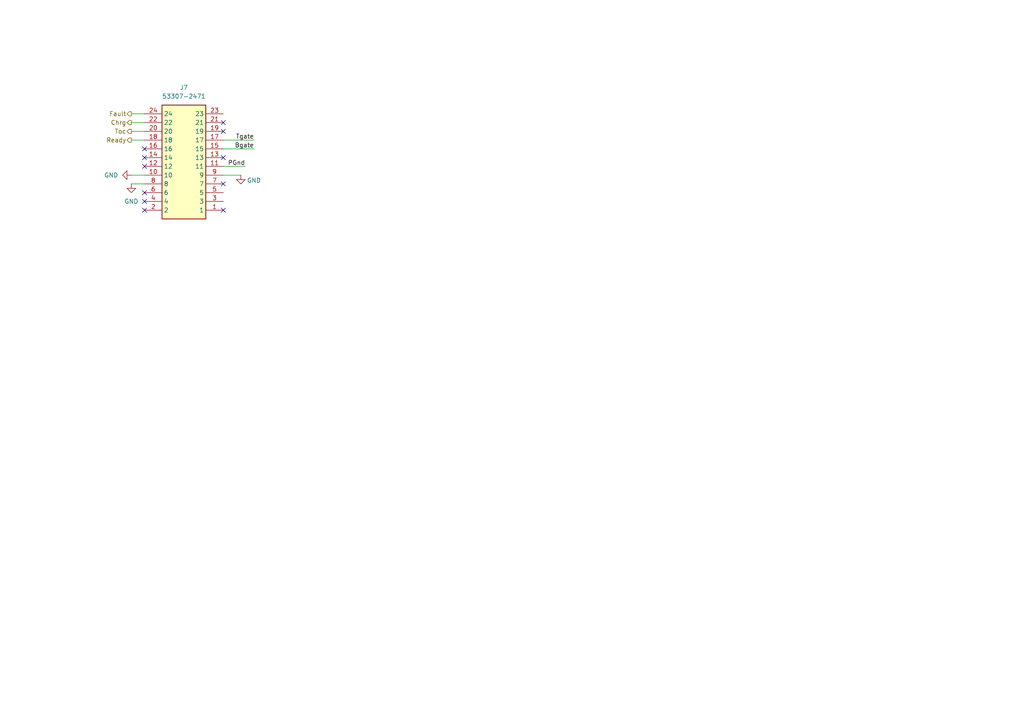
<source format=kicad_sch>
(kicad_sch (version 20250114) (generator "eeschema") (generator_version "9.0")
  (paper "A4")
  (lib_symbols
    (symbol "power:GND" (power) (pin_numbers (hide yes)) (pin_names (offset 0) (hide yes))
      (property "Value" "GND" (at 0 -3.81 0))
      (symbol "GND_0_1"
        (polyline (pts (xy 0 0) (xy 0 -1.27) (xy 1.27 -1.27) (xy 0 -2.54) (xy -1.27 -1.27) (xy 0 -1.27)))
      )
      (symbol "GND_1_1"
        (pin power_in line (at 0 0 270) (length 0) (name "~") (number "1"))
      )
    )
    (symbol "utsvt_connectors:53307-2471"
      (property "Reference" "J" (at 10.16 7.62 0))
      (property "Value" "53307-2471" (at 4.826 5.08 0))
      (symbol "53307-2471_1_1"
        (rectangle (start 5.08 2.54) (end 17.78 -30.48) (stroke (width 0.254)) (fill (type background)))
        (pin passive line (at 0 0 0) (length 5.08) (name "24") (number "24"))
        (pin passive line (at 0 -2.54 0) (length 5.08) (name "22") (number "22"))
        (pin passive line (at 0 -5.08 0) (length 5.08) (name "20") (number "20"))
        (pin passive line (at 0 -7.62 0) (length 5.08) (name "18") (number "18"))
        (pin passive line (at 0 -10.16 0) (length 5.08) (name "16") (number "16"))
        (pin passive line (at 0 -12.7 0) (length 5.08) (name "14") (number "14"))
        (pin passive line (at 0 -15.24 0) (length 5.08) (name "12") (number "12"))
        (pin passive line (at 0 -17.78 0) (length 5.08) (name "10") (number "10"))
        (pin passive line (at 0 -20.32 0) (length 5.08) (name "8") (number "8"))
        (pin passive line (at 0 -22.86 0) (length 5.08) (name "6") (number "6"))
        (pin passive line (at 0 -25.4 0) (length 5.08) (name "4") (number "4"))
        (pin passive line (at 0 -27.94 0) (length 5.08) (name "2") (number "2"))
        (pin passive line (at 22.86 0 180) (length 5.08) (name "23") (number "23"))
        (pin passive line (at 22.86 -2.54 180) (length 5.08) (name "21") (number "21"))
        (pin passive line (at 22.86 -5.08 180) (length 5.08) (name "19") (number "19"))
        (pin passive line (at 22.86 -7.62 180) (length 5.08) (name "17") (number "17"))
        (pin passive line (at 22.86 -10.16 180) (length 5.08) (name "15") (number "15"))
        (pin passive line (at 22.86 -12.7 180) (length 5.08) (name "13") (number "13"))
        (pin passive line (at 22.86 -15.24 180) (length 5.08) (name "11") (number "11"))
        (pin passive line (at 22.86 -17.78 180) (length 5.08) (name "9") (number "9"))
        (pin passive line (at 22.86 -20.32 180) (length 5.08) (name "7") (number "7"))
        (pin passive line (at 22.86 -22.86 180) (length 5.08) (name "5") (number "5"))
        (pin passive line (at 22.86 -25.4 180) (length 5.08) (name "3") (number "3"))
        (pin passive line (at 22.86 -27.94 180) (length 5.08) (name "1") (number "1"))
      )
    )
  )
  (no_connect (at 64.77 60.96))
  (no_connect (at 64.77 45.72))
  (no_connect (at 41.91 60.96))
  (no_connect (at 41.91 43.18))
  (no_connect (at 41.91 55.88))
  (no_connect (at 41.91 58.42))
  (no_connect (at 41.91 45.72))
  (no_connect (at 64.77 35.56))
  (no_connect (at 64.77 53.34))
  (no_connect (at 64.77 38.1))
  (no_connect (at 41.91 48.26))
  (wire (pts (xy 64.77 43.18) (xy 73.66 43.18)))
  (wire (pts (xy 38.1 50.8) (xy 41.91 50.8)))
  (wire (pts (xy 64.77 40.64) (xy 73.66 40.64)))
  (wire (pts (xy 38.1 33.02) (xy 41.91 33.02)))
  (wire (pts (xy 38.1 40.64) (xy 41.91 40.64)))
  (wire (pts (xy 38.1 35.56) (xy 41.91 35.56)))
  (wire (pts (xy 64.77 48.26) (xy 71.12 48.26)))
  (wire (pts (xy 41.91 53.34) (xy 38.1 53.34)))
  (wire (pts (xy 38.1 38.1) (xy 41.91 38.1)))
  (wire (pts (xy 64.77 50.8) (xy 69.85 50.8)))
  (label "Tgate" (at 73.66 40.64 180))
  (label "PGnd" (at 71.12 48.26 180))
  (label "Bgate" (at 73.66 43.18 180))
  (hierarchical_label "Toc" (shape output) (at 38.1 38.1 180))
  (hierarchical_label "Chrg" (shape output) (at 38.1 35.56 180))
  (hierarchical_label "Ready" (shape output) (at 38.1 40.64 180))
  (hierarchical_label "Fault" (shape output) (at 38.1 33.02 180))
  (symbol (lib_id "power:GND") (at 69.85 50.8 0) (unit 1)
    (property "Reference" "#PWR031" (effects (hide yes)))
    (property "Value" "GND" (at 73.66 52.324 0))
    (property "Description" "Power symbol creates a global label with name \"GND\" , ground" (effects (hide yes)))
  )
  (symbol (lib_id "utsvt_connectors:53307-2471") (at 41.91 33.02 0) (unit 1)
    (property "Reference" "J7" (at 53.34 25.4 0))
    (property "Value" "53307-2471" (at 53.34 27.94 0))
    (property "Footprint" "LV Carrier Library:SuppCharger" (effects (hide yes)))
    (property "Datasheet" "https://www.mouser.com/ProductDetail/Molex/53307-2471?qs=3DzawVMofg%252Bx9c%2FNm7UacA%3D%3D&srsltid=AfmBOoo3FTqnn7XO26oYn_ClMzJiJKKwJ7tetIIyKygtiKxENiX6ckUY" (effects (hide yes)))
    (property "Description" "Board to Board & Mezzanine Connectors 0.8 BtB WaferAssy ST SMT 24Ckt EmbsTpPkg" (effects (hide yes)))
    (property "P/N" "53307-2471" (effects (hide yes)))
    (property "Height" "3.85" (effects (hide yes)))
    (property "Mouser Part Number" "538-53307-2471" (effects (hide yes)))
    (property "Mouser Price/Stock" "https://www.mouser.co.uk/ProductDetail/Molex/53307-2471?qs=3DzawVMofg%252Bx9c%2FNm7UacA%3D%3D" (effects (hide yes)))
  )
  (symbol (lib_id "power:GND") (at 38.1 53.34 0) (unit 1)
    (property "Reference" "#PWR015" (effects (hide yes)))
    (property "Value" "GND" (at 38.1 58.42 0))
    (property "Description" "Power symbol creates a global label with name \"GND\" , ground" (effects (hide yes)))
  )
  (symbol (lib_id "power:GND") (at 38.1 50.8 270) (unit 1)
    (property "Reference" "#PWR021" (effects (hide yes)))
    (property "Value" "GND" (at 34.29 50.7999 90) (effects (justify right)))
    (property "Description" "Power symbol creates a global label with name \"GND\" , ground" (effects (hide yes)))
  )
)
</source>
